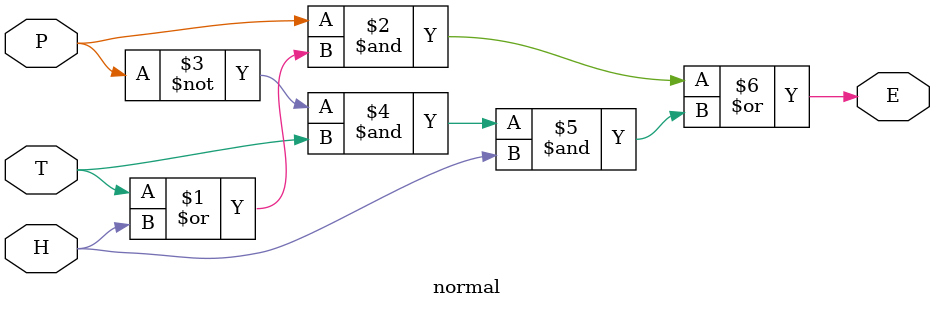
<source format=v>
module normal(	// file.cleaned.mlir:2:3
  input  P,	// file.cleaned.mlir:2:24
         T,	// file.cleaned.mlir:2:36
         H,	// file.cleaned.mlir:2:48
  output E	// file.cleaned.mlir:2:61
);

  assign E = P & (T | H) | ~P & T & H;	// file.cleaned.mlir:4:10, :5:10, :6:10, :7:10, :8:10, :9:5
endmodule


</source>
